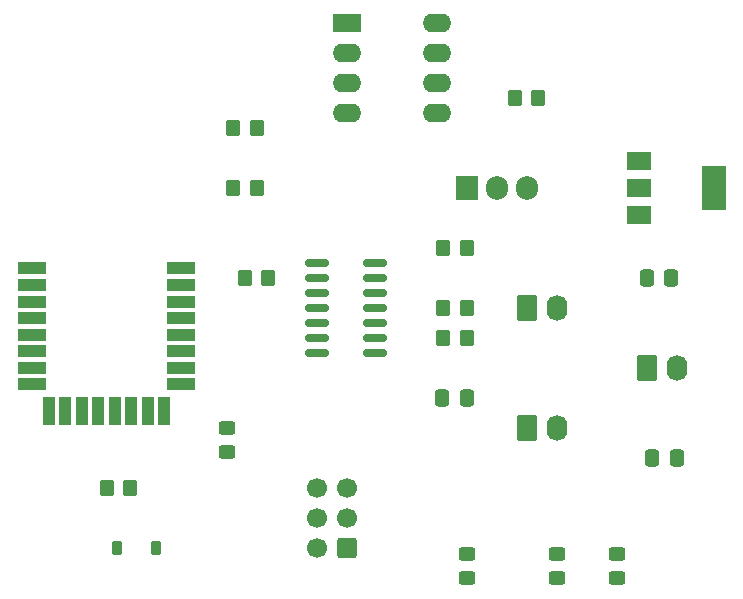
<source format=gts>
G04 #@! TF.GenerationSoftware,KiCad,Pcbnew,7.0.10*
G04 #@! TF.CreationDate,2024-03-26T17:49:21-05:00*
G04 #@! TF.ProjectId,key,6b65792e-6b69-4636-9164-5f7063625858,rev?*
G04 #@! TF.SameCoordinates,Original*
G04 #@! TF.FileFunction,Soldermask,Top*
G04 #@! TF.FilePolarity,Negative*
%FSLAX46Y46*%
G04 Gerber Fmt 4.6, Leading zero omitted, Abs format (unit mm)*
G04 Created by KiCad (PCBNEW 7.0.10) date 2024-03-26 17:49:21*
%MOMM*%
%LPD*%
G01*
G04 APERTURE LIST*
G04 Aperture macros list*
%AMRoundRect*
0 Rectangle with rounded corners*
0 $1 Rounding radius*
0 $2 $3 $4 $5 $6 $7 $8 $9 X,Y pos of 4 corners*
0 Add a 4 corners polygon primitive as box body*
4,1,4,$2,$3,$4,$5,$6,$7,$8,$9,$2,$3,0*
0 Add four circle primitives for the rounded corners*
1,1,$1+$1,$2,$3*
1,1,$1+$1,$4,$5*
1,1,$1+$1,$6,$7*
1,1,$1+$1,$8,$9*
0 Add four rect primitives between the rounded corners*
20,1,$1+$1,$2,$3,$4,$5,0*
20,1,$1+$1,$4,$5,$6,$7,0*
20,1,$1+$1,$6,$7,$8,$9,0*
20,1,$1+$1,$8,$9,$2,$3,0*%
G04 Aperture macros list end*
%ADD10RoundRect,0.250000X-0.620000X-0.845000X0.620000X-0.845000X0.620000X0.845000X-0.620000X0.845000X0*%
%ADD11O,1.740000X2.190000*%
%ADD12RoundRect,0.250000X-0.450000X0.325000X-0.450000X-0.325000X0.450000X-0.325000X0.450000X0.325000X0*%
%ADD13RoundRect,0.250000X-0.337500X-0.475000X0.337500X-0.475000X0.337500X0.475000X-0.337500X0.475000X0*%
%ADD14RoundRect,0.250000X0.350000X0.450000X-0.350000X0.450000X-0.350000X-0.450000X0.350000X-0.450000X0*%
%ADD15R,2.000000X1.500000*%
%ADD16R,2.000000X3.800000*%
%ADD17R,1.905000X2.000000*%
%ADD18O,1.905000X2.000000*%
%ADD19RoundRect,0.250000X0.450000X-0.325000X0.450000X0.325000X-0.450000X0.325000X-0.450000X-0.325000X0*%
%ADD20RoundRect,0.250000X0.600000X0.600000X-0.600000X0.600000X-0.600000X-0.600000X0.600000X-0.600000X0*%
%ADD21C,1.700000*%
%ADD22RoundRect,0.250000X-0.350000X-0.450000X0.350000X-0.450000X0.350000X0.450000X-0.350000X0.450000X0*%
%ADD23R,2.400000X1.600000*%
%ADD24O,2.400000X1.600000*%
%ADD25R,2.450000X1.000000*%
%ADD26R,1.000000X2.450000*%
%ADD27RoundRect,0.150000X-0.825000X-0.150000X0.825000X-0.150000X0.825000X0.150000X-0.825000X0.150000X0*%
%ADD28RoundRect,0.225000X-0.225000X-0.375000X0.225000X-0.375000X0.225000X0.375000X-0.225000X0.375000X0*%
G04 APERTURE END LIST*
D10*
G04 #@! TO.C,J1*
X144780000Y-78740000D03*
D11*
X147320000Y-78740000D03*
G04 #@! TD*
D10*
G04 #@! TO.C,J2*
X144780000Y-68580000D03*
D11*
X147320000Y-68580000D03*
G04 #@! TD*
D12*
G04 #@! TO.C,D5*
X119380000Y-78740000D03*
X119380000Y-80790000D03*
G04 #@! TD*
D13*
G04 #@! TO.C,C2*
X155405000Y-81280000D03*
X157480000Y-81280000D03*
G04 #@! TD*
D14*
G04 #@! TO.C,R2*
X139700000Y-71120000D03*
X137700000Y-71120000D03*
G04 #@! TD*
D15*
G04 #@! TO.C,U3*
X154330000Y-56120000D03*
X154330000Y-58420000D03*
D16*
X160630000Y-58420000D03*
D15*
X154330000Y-60720000D03*
G04 #@! TD*
D17*
G04 #@! TO.C,Q1*
X139700000Y-58420000D03*
D18*
X142240000Y-58420000D03*
X144780000Y-58420000D03*
G04 #@! TD*
D19*
G04 #@! TO.C,D2*
X152400000Y-91440000D03*
X152400000Y-89390000D03*
G04 #@! TD*
G04 #@! TO.C,D3*
X147320000Y-91440000D03*
X147320000Y-89390000D03*
G04 #@! TD*
D20*
G04 #@! TO.C,J4*
X129540000Y-88900000D03*
D21*
X127000000Y-88900000D03*
X129540000Y-86360000D03*
X127000000Y-86360000D03*
X129540000Y-83820000D03*
X127000000Y-83820000D03*
G04 #@! TD*
D10*
G04 #@! TO.C,J3*
X154940000Y-73660000D03*
D11*
X157480000Y-73660000D03*
G04 #@! TD*
D14*
G04 #@! TO.C,R1*
X122920000Y-66040000D03*
X120920000Y-66040000D03*
G04 #@! TD*
D22*
G04 #@! TO.C,R4*
X109220000Y-83820000D03*
X111220000Y-83820000D03*
G04 #@! TD*
D23*
G04 #@! TO.C,U2*
X129540000Y-44460000D03*
D24*
X129540000Y-47000000D03*
X129540000Y-49540000D03*
X129540000Y-52080000D03*
X137160000Y-52080000D03*
X137160000Y-49540000D03*
X137160000Y-47000000D03*
X137160000Y-44460000D03*
G04 #@! TD*
D25*
G04 #@! TO.C,DWM1*
X102920000Y-65241200D03*
X102920000Y-66641200D03*
X102920000Y-68041200D03*
X102920000Y-69441200D03*
X102920000Y-70841200D03*
X102920000Y-72241200D03*
X102920000Y-73641200D03*
X102920000Y-75041200D03*
D26*
X104320000Y-77336200D03*
X105720000Y-77336200D03*
X107120000Y-77336200D03*
X108520000Y-77336200D03*
X109920000Y-77336200D03*
X111320000Y-77336200D03*
X112720000Y-77336200D03*
X114120000Y-77336200D03*
D25*
X115520000Y-75040000D03*
X115520000Y-73640000D03*
X115520000Y-72241200D03*
X115520000Y-70841200D03*
X115520000Y-69441200D03*
X115520000Y-68041200D03*
X115520000Y-66641200D03*
X115520000Y-65241200D03*
G04 #@! TD*
D22*
G04 #@! TO.C,R3*
X137700000Y-68580000D03*
X139700000Y-68580000D03*
G04 #@! TD*
G04 #@! TO.C,Gate-bias1*
X143780000Y-50800000D03*
X145780000Y-50800000D03*
G04 #@! TD*
D27*
G04 #@! TO.C,U4*
X127000000Y-64770000D03*
X127000000Y-66040000D03*
X127000000Y-67310000D03*
X127000000Y-68580000D03*
X127000000Y-69850000D03*
X127000000Y-71120000D03*
X127000000Y-72390000D03*
X131950000Y-72390000D03*
X131950000Y-71120000D03*
X131950000Y-69850000D03*
X131950000Y-68580000D03*
X131950000Y-67310000D03*
X131950000Y-66040000D03*
X131950000Y-64770000D03*
G04 #@! TD*
D22*
G04 #@! TO.C,Pulldown1*
X137700000Y-63500000D03*
X139700000Y-63500000D03*
G04 #@! TD*
D13*
G04 #@! TO.C,C1*
X154940000Y-66040000D03*
X157015000Y-66040000D03*
G04 #@! TD*
G04 #@! TO.C,C3*
X137625000Y-76200000D03*
X139700000Y-76200000D03*
G04 #@! TD*
D28*
G04 #@! TO.C,D1*
X110110000Y-88900000D03*
X113410000Y-88900000D03*
G04 #@! TD*
D22*
G04 #@! TO.C,PressureSensor1*
X119920000Y-53340000D03*
X121920000Y-53340000D03*
G04 #@! TD*
G04 #@! TO.C,RM1*
X119920000Y-58420000D03*
X121920000Y-58420000D03*
G04 #@! TD*
D19*
G04 #@! TO.C,D4*
X139700000Y-91440000D03*
X139700000Y-89390000D03*
G04 #@! TD*
M02*

</source>
